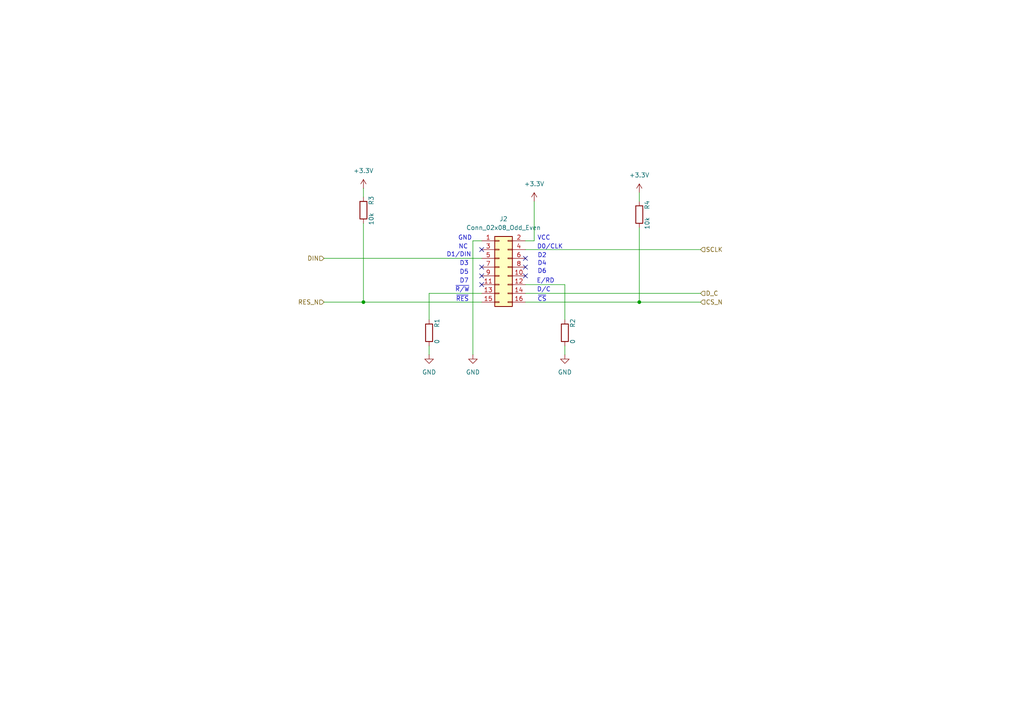
<source format=kicad_sch>
(kicad_sch (version 20231120) (generator "eeschema") (generator_version "8.0")
  (paper "A4")
  (lib_symbols
    (symbol "Connector_Generic:Conn_02x08_Odd_Even" (pin_names (offset 1.016) hide)
      (property "Reference" "J" (at 1.27 10.16 0))
      (property "Value" "Conn_02x08_Odd_Even" (at 1.27 -12.7 0))
      (symbol "Conn_02x08_Odd_Even_1_1"
        (rectangle (start -1.27 -10.033) (end 0 -10.287) (stroke (width 0.1524)))
        (rectangle (start -1.27 -7.493) (end 0 -7.747) (stroke (width 0.1524)))
        (rectangle (start -1.27 -4.953) (end 0 -5.207) (stroke (width 0.1524)))
        (rectangle (start -1.27 -2.413) (end 0 -2.667) (stroke (width 0.1524)))
        (rectangle (start -1.27 0.127) (end 0 -0.127) (stroke (width 0.1524)))
        (rectangle (start -1.27 2.667) (end 0 2.413) (stroke (width 0.1524)))
        (rectangle (start -1.27 5.207) (end 0 4.953) (stroke (width 0.1524)))
        (rectangle (start -1.27 7.747) (end 0 7.493) (stroke (width 0.1524)))
        (rectangle (start -1.27 8.89) (end 3.81 -11.43) (stroke (width 0.254)) (fill (type background)))
        (rectangle (start 3.81 -10.033) (end 2.54 -10.287) (stroke (width 0.1524)))
        (rectangle (start 3.81 -7.493) (end 2.54 -7.747) (stroke (width 0.1524)))
        (rectangle (start 3.81 -4.953) (end 2.54 -5.207) (stroke (width 0.1524)))
        (rectangle (start 3.81 -2.413) (end 2.54 -2.667) (stroke (width 0.1524)))
        (rectangle (start 3.81 0.127) (end 2.54 -0.127) (stroke (width 0.1524)))
        (rectangle (start 3.81 2.667) (end 2.54 2.413) (stroke (width 0.1524)))
        (rectangle (start 3.81 5.207) (end 2.54 4.953) (stroke (width 0.1524)))
        (rectangle (start 3.81 7.747) (end 2.54 7.493) (stroke (width 0.1524)))
        (pin passive line (at -5.08 7.62 0) (length 3.81) (name "Pin_1") (number "1"))
        (pin passive line (at 7.62 -2.54 180) (length 3.81) (name "Pin_10") (number "10"))
        (pin passive line (at -5.08 -5.08 0) (length 3.81) (name "Pin_11") (number "11"))
        (pin passive line (at 7.62 -5.08 180) (length 3.81) (name "Pin_12") (number "12"))
        (pin passive line (at -5.08 -7.62 0) (length 3.81) (name "Pin_13") (number "13"))
        (pin passive line (at 7.62 -7.62 180) (length 3.81) (name "Pin_14") (number "14"))
        (pin passive line (at -5.08 -10.16 0) (length 3.81) (name "Pin_15") (number "15"))
        (pin passive line (at 7.62 -10.16 180) (length 3.81) (name "Pin_16") (number "16"))
        (pin passive line (at 7.62 7.62 180) (length 3.81) (name "Pin_2") (number "2"))
        (pin passive line (at -5.08 5.08 0) (length 3.81) (name "Pin_3") (number "3"))
        (pin passive line (at 7.62 5.08 180) (length 3.81) (name "Pin_4") (number "4"))
        (pin passive line (at -5.08 2.54 0) (length 3.81) (name "Pin_5") (number "5"))
        (pin passive line (at 7.62 2.54 180) (length 3.81) (name "Pin_6") (number "6"))
        (pin passive line (at -5.08 0 0) (length 3.81) (name "Pin_7") (number "7"))
        (pin passive line (at 7.62 0 180) (length 3.81) (name "Pin_8") (number "8"))
        (pin passive line (at -5.08 -2.54 0) (length 3.81) (name "Pin_9") (number "9"))
      )
    )
    (symbol "Device:R" (pin_numbers hide) (pin_names (offset 0))
      (property "Reference" "R" (at 2.032 0 90))
      (property "Value" "R" (at 0 0 90))
      (symbol "R_0_1"
        (rectangle (start -1.016 -2.54) (end 1.016 2.54) (stroke (width 0.254)))
      )
      (symbol "R_1_1"
        (pin passive line (at 0 3.81 270) (length 1.27) (name "~") (number "1"))
        (pin passive line (at 0 -3.81 90) (length 1.27) (name "~") (number "2"))
      )
    )
    (symbol "power:+3.3V" (power) (pin_numbers hide) (pin_names (offset 0) hide)
      (property "Value" "+3.3V" (at 0 3.556 0))
      (symbol "+3.3V_0_1"
        (polyline (pts (xy -0.762 1.27) (xy 0 2.54)))
        (polyline (pts (xy 0 0) (xy 0 2.54)))
        (polyline (pts (xy 0 2.54) (xy 0.762 1.27)))
      )
      (symbol "+3.3V_1_1"
        (pin power_in line (at 0 0 90) (length 0) (name "~") (number "1"))
      )
    )
    (symbol "power:GND" (power) (pin_numbers hide) (pin_names (offset 0) hide)
      (property "Value" "GND" (at 0 -3.81 0))
      (symbol "GND_0_1"
        (polyline (pts (xy 0 0) (xy 0 -1.27) (xy 1.27 -1.27) (xy 0 -2.54) (xy -1.27 -1.27) (xy 0 -1.27)))
      )
      (symbol "GND_1_1"
        (pin power_in line (at 0 0 270) (length 0) (name "~") (number "1"))
      )
    )
  )
  (junction (at 185.42 87.63))
  (junction (at 105.41 87.63))
  (no_connect (at 139.7 77.47))
  (no_connect (at 139.7 80.01))
  (no_connect (at 139.7 72.39))
  (no_connect (at 152.4 80.01))
  (no_connect (at 152.4 77.47))
  (no_connect (at 139.7 82.55))
  (no_connect (at 152.4 74.93))
  (wire (pts (xy 93.98 74.93) (xy 139.7 74.93)))
  (wire (pts (xy 124.46 85.09) (xy 139.7 85.09)))
  (wire (pts (xy 105.41 87.63) (xy 139.7 87.63)))
  (wire (pts (xy 105.41 64.77) (xy 105.41 87.63)))
  (wire (pts (xy 163.83 82.55) (xy 163.83 92.71)))
  (wire (pts (xy 124.46 92.71) (xy 124.46 85.09)))
  (wire (pts (xy 105.41 54.61) (xy 105.41 57.15)))
  (wire (pts (xy 154.94 58.42) (xy 154.94 69.85)))
  (wire (pts (xy 152.4 69.85) (xy 154.94 69.85)))
  (wire (pts (xy 152.4 72.39) (xy 203.2 72.39)))
  (wire (pts (xy 137.16 69.85) (xy 137.16 102.87)))
  (wire (pts (xy 93.98 87.63) (xy 105.41 87.63)))
  (wire (pts (xy 152.4 85.09) (xy 203.2 85.09)))
  (wire (pts (xy 124.46 100.33) (xy 124.46 102.87)))
  (wire (pts (xy 152.4 87.63) (xy 185.42 87.63)))
  (wire (pts (xy 185.42 55.88) (xy 185.42 58.42)))
  (wire (pts (xy 185.42 66.04) (xy 185.42 87.63)))
  (wire (pts (xy 163.83 100.33) (xy 163.83 102.87)))
  (wire (pts (xy 152.4 82.55) (xy 163.83 82.55)))
  (wire (pts (xy 139.7 69.85) (xy 137.16 69.85)))
  (wire (pts (xy 185.42 87.63) (xy 203.2 87.63)))
  (text "D3" (at 134.62 76.454 0) (effects (font (size 1.27 1.27))))
  (text "D4" (at 157.226 76.454 0) (effects (font (size 1.27 1.27))))
  (text "GND" (at 134.874 69.088 0) (effects (font (size 1.27 1.27))))
  (text "D1/DIN" (at 133.096 73.914 0) (effects (font (size 1.27 1.27))))
  (text "D0/CLK" (at 159.512 71.628 0) (effects (font (size 1.27 1.27))))
  (text "D7" (at 134.62 81.534 0) (effects (font (size 1.27 1.27))))
  (text "~{RES}" (at 134.112 86.868 0) (effects (font (size 1.27 1.27))))
  (text "~{CS}" (at 157.226 86.868 0) (effects (font (size 1.27 1.27))))
  (text "VCC" (at 157.734 69.088 0) (effects (font (size 1.27 1.27))))
  (text "D2" (at 157.226 74.168 0) (effects (font (size 1.27 1.27))))
  (text "D/C" (at 157.734 84.074 0) (effects (font (size 1.27 1.27))))
  (text "D5" (at 134.62 78.994 0) (effects (font (size 1.27 1.27))))
  (text "E/RD" (at 158.242 81.534 0) (effects (font (size 1.27 1.27))))
  (text "NC" (at 134.366 71.628 0) (effects (font (size 1.27 1.27))))
  (text "~{R/W}" (at 134.112 84.074 0) (effects (font (size 1.27 1.27))))
  (text "D6" (at 157.226 78.74 0) (effects (font (size 1.27 1.27))))
  (hierarchical_label "DIN" (shape input) (at 93.98 74.93 180))
  (hierarchical_label "CS_N" (shape input) (at 203.2 87.63 0))
  (hierarchical_label "RES_N" (shape input) (at 93.98 87.63 180))
  (hierarchical_label "SCLK" (shape input) (at 203.2 72.39 0))
  (hierarchical_label "D_C" (shape input) (at 203.2 85.09 0))
  (symbol (lib_id "power:GND") (at 124.46 102.87 0) (unit 1)
    (property "Reference" "#PWR011" (effects (hide yes)))
    (property "Value" "GND" (at 124.46 107.95 0))
    (property "Description" "Power symbol creates a global label with name \"GND\" , ground" (effects (hide yes)))
  )
  (symbol (lib_id "Device:R") (at 185.42 62.23 0) (unit 1)
    (property "Reference" "R4" (at 187.706 59.436 90))
    (property "Value" "10k" (at 187.706 64.77 90))
    (property "Footprint" "Resistor_SMD:R_0603_1608Metric" (effects (hide yes)))
    (property "Description" "Resistor" (effects (hide yes)))
  )
  (symbol (lib_id "Device:R") (at 163.83 96.52 0) (unit 1)
    (property "Reference" "R2" (at 166.116 93.726 90))
    (property "Value" "0" (at 166.116 99.06 90))
    (property "Footprint" "Resistor_SMD:R_0603_1608Metric" (effects (hide yes)))
    (property "Description" "Resistor" (effects (hide yes)))
  )
  (symbol (lib_id "power:+3.3V") (at 105.41 54.61 0) (unit 1)
    (property "Reference" "#PWR012" (effects (hide yes)))
    (property "Value" "+3.3V" (at 105.41 49.53 0))
    (property "Description" "Power symbol creates a global label with name \"+3.3V\"" (effects (hide yes)))
  )
  (symbol (lib_id "Connector_Generic:Conn_02x08_Odd_Even") (at 144.78 77.47 0) (unit 1)
    (property "Reference" "J2" (at 146.05 63.5 0))
    (property "Value" "Conn_02x08_Odd_Even" (at 146.05 66.04 0))
    (property "Footprint" "my_pico:oled_PinSocket_2x08_P2.54mm_Vertical" (effects (hide yes)))
    (property "Description" "Generic connector, double row, 02x08, odd/even pin numbering scheme (row 1 odd numbers, row 2 even numbers), script generated (kicad-library-utils/schlib/autogen/connector/)" (effects (hide yes)))
  )
  (symbol (lib_id "power:+3.3V") (at 185.42 55.88 0) (unit 1)
    (property "Reference" "#PWR013" (effects (hide yes)))
    (property "Value" "+3.3V" (at 185.42 50.8 0))
    (property "Description" "Power symbol creates a global label with name \"+3.3V\"" (effects (hide yes)))
  )
  (symbol (lib_id "power:+3.3V") (at 154.94 58.42 0) (unit 1)
    (property "Reference" "#PWR03" (effects (hide yes)))
    (property "Value" "+3.3V" (at 154.94 53.34 0))
    (property "Description" "Power symbol creates a global label with name \"+3.3V\"" (effects (hide yes)))
  )
  (symbol (lib_id "power:GND") (at 163.83 102.87 0) (unit 1)
    (property "Reference" "#PWR010" (effects (hide yes)))
    (property "Value" "GND" (at 163.83 107.95 0))
    (property "Description" "Power symbol creates a global label with name \"GND\" , ground" (effects (hide yes)))
  )
  (symbol (lib_id "Device:R") (at 124.46 96.52 0) (unit 1)
    (property "Reference" "R1" (at 126.746 93.726 90))
    (property "Value" "0" (at 126.746 99.06 90))
    (property "Footprint" "Resistor_SMD:R_0603_1608Metric" (effects (hide yes)))
    (property "Description" "Resistor" (effects (hide yes)))
  )
  (symbol (lib_id "power:GND") (at 137.16 102.87 0) (unit 1)
    (property "Reference" "#PWR02" (effects (hide yes)))
    (property "Value" "GND" (at 137.16 107.95 0))
    (property "Description" "Power symbol creates a global label with name \"GND\" , ground" (effects (hide yes)))
  )
  (symbol (lib_id "Device:R") (at 105.41 60.96 0) (unit 1)
    (property "Reference" "R3" (at 107.696 58.166 90))
    (property "Value" "10k" (at 107.696 63.5 90))
    (property "Footprint" "Resistor_SMD:R_0603_1608Metric" (effects (hide yes)))
    (property "Description" "Resistor" (effects (hide yes)))
  )
)
</source>
